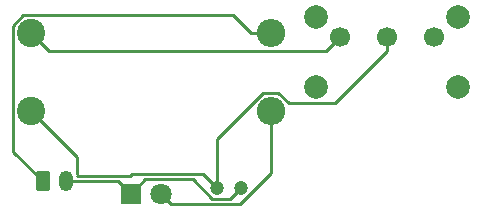
<source format=gbr>
%TF.GenerationSoftware,KiCad,Pcbnew,(6.0.10)*%
%TF.CreationDate,2023-02-23T17:47:46-08:00*%
%TF.ProjectId,exercise_1,65786572-6369-4736-955f-312e6b696361,rev?*%
%TF.SameCoordinates,Original*%
%TF.FileFunction,Copper,L1,Top*%
%TF.FilePolarity,Positive*%
%FSLAX46Y46*%
G04 Gerber Fmt 4.6, Leading zero omitted, Abs format (unit mm)*
G04 Created by KiCad (PCBNEW (6.0.10)) date 2023-02-23 17:47:46*
%MOMM*%
%LPD*%
G01*
G04 APERTURE LIST*
G04 Aperture macros list*
%AMRoundRect*
0 Rectangle with rounded corners*
0 $1 Rounding radius*
0 $2 $3 $4 $5 $6 $7 $8 $9 X,Y pos of 4 corners*
0 Add a 4 corners polygon primitive as box body*
4,1,4,$2,$3,$4,$5,$6,$7,$8,$9,$2,$3,0*
0 Add four circle primitives for the rounded corners*
1,1,$1+$1,$2,$3*
1,1,$1+$1,$4,$5*
1,1,$1+$1,$6,$7*
1,1,$1+$1,$8,$9*
0 Add four rect primitives between the rounded corners*
20,1,$1+$1,$2,$3,$4,$5,0*
20,1,$1+$1,$4,$5,$6,$7,0*
20,1,$1+$1,$6,$7,$8,$9,0*
20,1,$1+$1,$8,$9,$2,$3,0*%
G04 Aperture macros list end*
%TA.AperFunction,ComponentPad*%
%ADD10C,1.200000*%
%TD*%
%TA.AperFunction,ComponentPad*%
%ADD11C,2.000000*%
%TD*%
%TA.AperFunction,ComponentPad*%
%ADD12C,1.700000*%
%TD*%
%TA.AperFunction,ComponentPad*%
%ADD13R,1.800000X1.800000*%
%TD*%
%TA.AperFunction,ComponentPad*%
%ADD14C,1.800000*%
%TD*%
%TA.AperFunction,ComponentPad*%
%ADD15C,2.400000*%
%TD*%
%TA.AperFunction,ComponentPad*%
%ADD16O,2.400000X2.400000*%
%TD*%
%TA.AperFunction,ComponentPad*%
%ADD17RoundRect,0.250000X-0.350000X-0.625000X0.350000X-0.625000X0.350000X0.625000X-0.350000X0.625000X0*%
%TD*%
%TA.AperFunction,ComponentPad*%
%ADD18O,1.200000X1.750000*%
%TD*%
%TA.AperFunction,Conductor*%
%ADD19C,0.250000*%
%TD*%
G04 APERTURE END LIST*
D10*
%TO.P,C1,1*%
%TO.N,Net-(C1-Pad1)*%
X144780000Y-96520000D03*
%TO.P,C1,2*%
%TO.N,Net-(C1-Pad2)*%
X146780000Y-96520000D03*
%TD*%
D11*
%TO.P,SW1,*%
%TO.N,*%
X165185000Y-88005000D03*
X153185000Y-82005000D03*
X153185000Y-88005000D03*
X165185000Y-82005000D03*
D12*
%TO.P,SW1,1,A*%
%TO.N,Net-(R2-Pad1)*%
X155185000Y-83755000D03*
%TO.P,SW1,2,B*%
%TO.N,Net-(C1-Pad1)*%
X159185000Y-83755000D03*
%TO.P,SW1,3*%
%TO.N,N/C*%
X163185000Y-83755000D03*
%TD*%
D13*
%TO.P,D1,1,K*%
%TO.N,Net-(C1-Pad2)*%
X137480000Y-97020000D03*
D14*
%TO.P,D1,2,A*%
%TO.N,Net-(R1-Pad2)*%
X140020000Y-97020000D03*
%TD*%
D15*
%TO.P,R2,1*%
%TO.N,Net-(R2-Pad1)*%
X129030000Y-83420000D03*
D16*
%TO.P,R2,2*%
%TO.N,Net-(R2-Pad2)*%
X149350000Y-83420000D03*
%TD*%
D17*
%TO.P,V1,1,+*%
%TO.N,Net-(R2-Pad2)*%
X130030000Y-95970000D03*
D18*
%TO.P,V1,2,-*%
%TO.N,Net-(C1-Pad2)*%
X132030000Y-95970000D03*
%TD*%
D15*
%TO.P,R1,1*%
%TO.N,Net-(C1-Pad1)*%
X129030000Y-89970000D03*
D16*
%TO.P,R1,2*%
%TO.N,Net-(R1-Pad2)*%
X149350000Y-89970000D03*
%TD*%
D19*
%TO.N,Net-(C1-Pad1)*%
X132955000Y-93895000D02*
X132955000Y-95311852D01*
X150875000Y-89338324D02*
X149981676Y-88445000D01*
X159185000Y-83755000D02*
X159185000Y-84957081D01*
X154803757Y-89338324D02*
X150875000Y-89338324D01*
X144780000Y-92383324D02*
X144780000Y-96520000D01*
X137435000Y-95520000D02*
X132955000Y-95520000D01*
X137610000Y-95345000D02*
X143605000Y-95345000D01*
X159185000Y-84957081D02*
X154803757Y-89338324D01*
X129030000Y-89970000D02*
X132955000Y-93895000D01*
X137610000Y-95345000D02*
X137435000Y-95520000D01*
X143605000Y-95345000D02*
X144780000Y-96520000D01*
X148718324Y-88445000D02*
X144780000Y-92383324D01*
X149981676Y-88445000D02*
X148718324Y-88445000D01*
%TO.N,Net-(C1-Pad2)*%
X138705000Y-95795000D02*
X142746852Y-95795000D01*
X145855000Y-97445000D02*
X146780000Y-96520000D01*
X144396852Y-97445000D02*
X145855000Y-97445000D01*
X132030000Y-95970000D02*
X136430000Y-95970000D01*
X142746852Y-95795000D02*
X144396852Y-97445000D01*
X136430000Y-95970000D02*
X137480000Y-97020000D01*
X137480000Y-97020000D02*
X138705000Y-95795000D01*
%TO.N,Net-(R1-Pad2)*%
X146688148Y-97920000D02*
X149350000Y-95258148D01*
X140920000Y-97920000D02*
X146688148Y-97920000D01*
X149350000Y-95258148D02*
X149350000Y-89970000D01*
X140020000Y-97020000D02*
X140920000Y-97920000D01*
%TO.N,Net-(R2-Pad1)*%
X129030000Y-83420000D02*
X130555000Y-84945000D01*
X153995000Y-84945000D02*
X155185000Y-83755000D01*
X130555000Y-84945000D02*
X153995000Y-84945000D01*
%TO.N,Net-(R2-Pad2)*%
X127505000Y-93445000D02*
X130030000Y-95970000D01*
X149350000Y-83420000D02*
X147652944Y-83420000D01*
X146127944Y-81895000D02*
X128398324Y-81895000D01*
X128398324Y-81895000D02*
X127505000Y-82788324D01*
X127505000Y-82788324D02*
X127505000Y-93445000D01*
X147652944Y-83420000D02*
X146127944Y-81895000D01*
%TD*%
M02*

</source>
